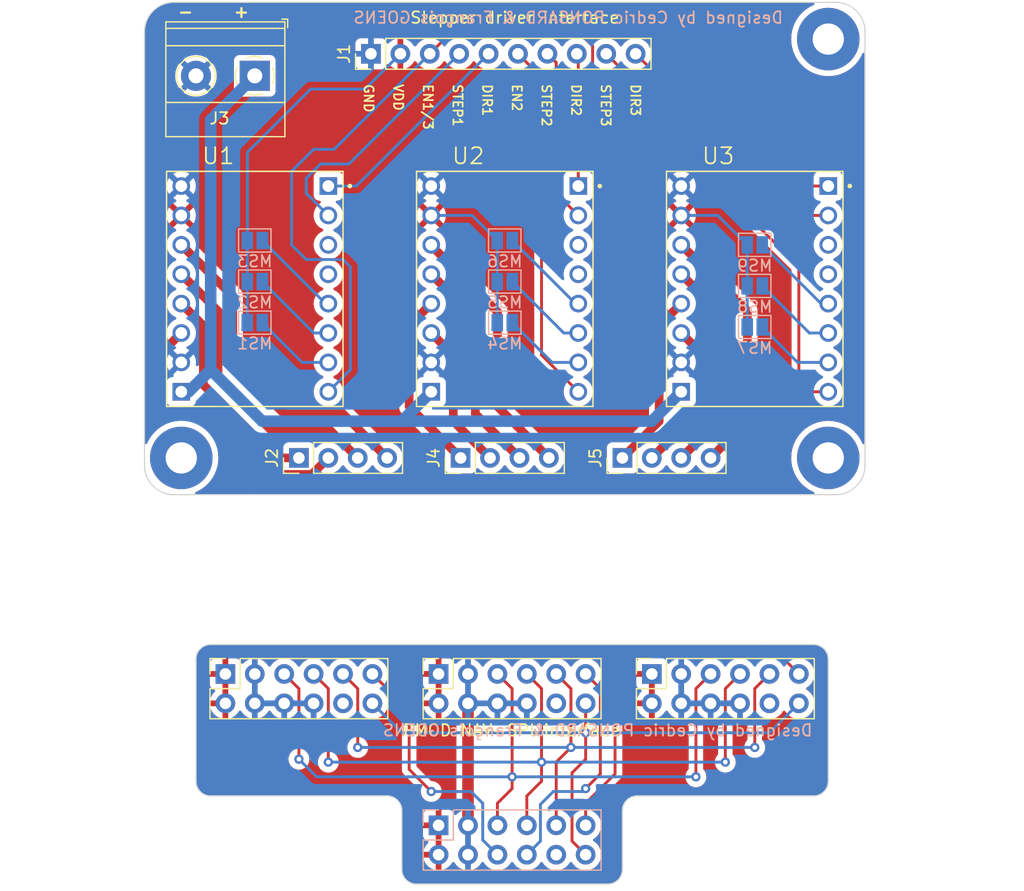
<source format=kicad_pcb>
(kicad_pcb (version 20221018) (generator pcbnew)
  (layers (0 "F.Cu" signal) (31 "B.Cu" signal) (34 "B.Paste" user) (35 "F.Paste" user) (36 "B.SilkS" user "B.Silkscreen") (37 "F.SilkS" user "F.Silkscreen") (38 "B.Mask" user) (39 "F.Mask" user) (44 "Edge.Cuts" user))
  (net 0 "")
  (net 2 "GND")
  (net 3 "VDD")
  (net 5 "Net-(J2-Pin_1)")
  (net 6 "Net-(J2-Pin_2)")
  (net 7 "Net-(J2-Pin_3)")
  (net 8 "Net-(J2-Pin_4)")
  (net 9 "Net-(J3-Pin_1)")
  (net 10 "Net-(J4-Pin_1)")
  (net 11 "Net-(J4-Pin_2)")
  (net 12 "Net-(J4-Pin_3)")
  (net 13 "Net-(J4-Pin_4)")
  (net 15 "Net-(J5-Pin_1)")
  (net 16 "Net-(J5-Pin_2)")
  (net 17 "Net-(J5-Pin_3)")
  (net 18 "Net-(J5-Pin_4)")
  (net 19 "Net-(MS1-B)")
  (net 20 "Net-(MS2-B)")
  (net 21 "Net-(MS3-B)")
  (net 22 "Net-(MS4-B)")
  (net 23 "Net-(MS5-B)")
  (net 24 "Net-(MS6-B)")
  (net 25 "Net-(MS7-B)")
  (net 26 "Net-(MS8-B)")
  (net 27 "Net-(MS9-B)")
  (net 28 "DIR1")
  (net 29 "STEP1")
  (net 30 "DIR2")
  (net 31 "STEP2")
  (net 32 "DIR3")
  (net 33 "STEP3")
  (net 34 "EN1{slash}3")
  (net 35 "EN2")
  (net 36 "INT")
  (net 37 "CS1")
  (net 38 "RST")
  (net 39 "MOSI")
  (net 40 "CS2")
  (net 41 "MISO")
  (net 42 "CS3")
  (net 43 "SCK")
  (footprint "Master_thesis:MODULE_TMC2208_SILENTSTEPSTICK" (layer "F.Cu") (at 178.435 55.88)
    (fp_text reference "U1" (at -3.155 -11.489) (layer "F.SilkS") (effects (font (size 1.4 1.4))))
    (fp_text value "TMC2208_SILENTSTEPSTICK" hide)
    (pad "JP1_1" thru_hole rect locked (at 6.35 -8.89) (size 1.524 1.524) (drill 1.016) (layers "*.Cu" "*.Mask") (net 28 "DIR1"))
    (pad "JP1_2" thru_hole circle locked (at 6.35 -6.35) (size 1.524 1.524) (drill 1.016) (layers "*.Cu" "*.Mask") (net 29 "STEP1"))
    (pad "JP1_3" thru_hole circle locked (at 6.35 -3.81) (size 1.524 1.524) (drill 1.016) (layers "*.Cu" "*.Mask"))
    (pad "JP1_4" thru_hole circle locked (at 6.35 -1.27) (size 1.524 1.524) (drill 1.016) (layers "*.Cu" "*.Mask"))
    (pad "JP1_5" thru_hole circle locked (at 6.35 1.27) (size 1.524 1.524) (drill 1.016) (layers "*.Cu" "*.Mask") (net 21 "Net-(MS3-B)"))
    (pad "JP1_6" thru_hole circle locked (at 6.35 3.81) (size 1.524 1.524) (drill 1.016) (layers "*.Cu" "*.Mask") (net 20 "Net-(MS2-B)"))
    (pad "JP1_7" thru_hole circle locked (at 6.35 6.35) (size 1.524 1.524) (drill 1.016) (layers "*.Cu" "*.Mask") (net 19 "Net-(MS1-B)"))
    (pad "JP1_8" thru_hole circle locked (at 6.35 8.89) (size 1.524 1.524) (drill 1.016) (layers "*.Cu" "*.Mask") (net 34 "EN1{slash}3"))
    (pad "JP2_1" thru_hole rect locked (at -6.35 8.89) (size 1.524 1.524) (drill 1.016) (layers "*.Cu" "*.Mask") (net 9 "Net-(J3-Pin_1)"))
    (pad "JP2_2" thru_hole circle locked (at -6.35 6.35) (size 1.524 1.524) (drill 1.016) (layers "*.Cu" "*.Mask") (net 2 "GND"))
    (pad "JP2_3" thru_hole circle locked (at -6.35 3.81) (size 1.524 1.524) (drill 1.016) (layers "*.Cu" "*.Mask") (net 6 "Net-(J2-Pin_2)"))
    (pad "JP2_4" thru_hole circle locked (at -6.35 1.27) (size 1.524 1.524) (drill 1.016) (layers "*.Cu" "*.Mask") (net 5 "Net-(J2-Pin_1)"))
    (pad "JP2_5" thru_hole circle locked (at -6.35 -1.27) (size 1.524 1.524) (drill 1.016) (layers "*.Cu" "*.Mask") (net 7 "Net-(J2-Pin_3)"))
    (pad "JP2_6" thru_hole circle locked (at -6.35 -3.81) (size 1.524 1.524) (drill 1.016) (layers "*.Cu" "*.Mask") (net 8 "Net-(J2-Pin_4)"))
    (pad "JP2_7" thru_hole circle locked (at -6.35 -6.35) (size 1.524 1.524) (drill 1.016) (layers "*.Cu" "*.Mask") (net 3 "VDD"))
    (pad "JP2_8" thru_hole circle locked (at -6.35 -8.89) (size 1.524 1.524) (drill 1.016) (layers "*.Cu" "*.Mask") (net 2 "GND"))
  )
  (footprint "Connector_PinSocket_2.54mm:PinSocket_2x06_P2.54mm_Vertical" (layer "F.Cu") (at 175.895 89.154 90)
    (fp_text reference "J7" hide)
    (fp_text value "Conn_02x06_Odd_Even" hide)
    (pad "1" thru_hole rect (at 0 0 90) (size 1.7 1.7) (drill 1) (layers "*.Cu" "*.Mask") (net 3 "VDD"))
    (pad "2" thru_hole oval (at -2.54 0 90) (size 1.7 1.7) (drill 1) (layers "*.Cu" "*.Mask") (net 3 "VDD"))
    (pad "3" thru_hole oval (at 0 2.54 90) (size 1.7 1.7) (drill 1) (layers "*.Cu" "*.Mask") (net 2 "GND"))
    (pad "4" thru_hole oval (at -2.54 2.54 90) (size 1.7 1.7) (drill 1) (layers "*.Cu" "*.Mask") (net 2 "GND"))
    (pad "5" thru_hole oval (at 0 5.08 90) (size 1.7 1.7) (drill 1) (layers "*.Cu" "*.Mask") (net 43 "SCK"))
    (pad "6" thru_hole oval (at -2.54 5.08 90) (size 1.7 1.7) (drill 1) (layers "*.Cu" "*.Mask") (net 2 "GND"))
    (pad "7" thru_hole oval (at 0 7.62 90) (size 1.7 1.7) (drill 1) (layers "*.Cu" "*.Mask") (net 41 "MISO"))
    (pad "8" thru_hole oval (at -2.54 7.62 90) (size 1.7 1.7) (drill 1) (layers "*.Cu" "*.Mask") (net 2 "GND"))
    (pad "9" thru_hole oval (at 0 10.16 90) (size 1.7 1.7) (drill 1) (layers "*.Cu" "*.Mask") (net 39 "MOSI"))
    (pad "10" thru_hole oval (at -2.54 10.16 90) (size 1.7 1.7) (drill 1) (layers "*.Cu" "*.Mask"))
    (pad "11" thru_hole oval (at 0 12.7 90) (size 1.7 1.7) (drill 1) (layers "*.Cu" "*.Mask") (net 42 "CS3"))
    (pad "12" thru_hole oval (at -2.54 12.7 90) (size 1.7 1.7) (drill 1) (layers "*.Cu" "*.Mask") (net 36 "INT"))
  )
  (footprint "TerminalBlock_Phoenix:TerminalBlock_Phoenix_MKDS-1,5-2-5.08_1x02_P5.08mm_Horizontal" (layer "F.Cu") (at 178.435 37.465 180)
    (fp_text reference "J3" (at 3.048 -3.683) (layer "F.SilkS"))
    (fp_text value "Conn_01x02" hide)
    (pad "1" thru_hole rect (at 0 0 180) (size 2.6 2.6) (drill 1.3) (layers "*.Cu" "*.Mask") (net 9 "Net-(J3-Pin_1)"))
    (pad "2" thru_hole circle (at 5.08 0 180) (size 2.6 2.6) (drill 1.3) (layers "*.Cu" "*.Mask") (net 2 "GND"))
  )
  (footprint "MountingHole:MountingHole_2.7mm_M2.5_Pad_TopBottom" (layer "F.Cu") (at 227.965 34.29)
    (fp_text reference "REF**" hide)
    (fp_text value "MountingHole_2.7mm_M2.5_Pad_TopBottom")
    (pad "1" thru_hole circle (at 0 0) (size 3.1 3.1) (drill 2.7) (layers "*.Cu" "*.Mask"))
    (pad "1" connect circle (at 0 0) (size 5.4 5.4) (layers "F.Cu" "F.Mask"))
    (pad "1" connect circle (at 0 0) (size 5.4 5.4) (layers "B.Cu" "B.Mask"))
  )
  (footprint "Connector_PinSocket_2.54mm:PinSocket_2x06_P2.54mm_Vertical" (layer "F.Cu") (at 212.725 89.154 90)
    (fp_text reference "J9" hide)
    (fp_text value "Conn_02x06_Odd_Even" hide)
    (pad "1" thru_hole rect (at 0 0 90) (size 1.7 1.7) (drill 1) (layers "*.Cu" "*.Mask") (net 3 "VDD"))
    (pad "2" thru_hole oval (at -2.54 0 90) (size 1.7 1.7) (drill 1) (layers "*.Cu" "*.Mask") (net 3 "VDD"))
    (pad "3" thru_hole oval (at 0 2.54 90) (size 1.7 1.7) (drill 1) (layers "*.Cu" "*.Mask") (net 2 "GND"))
    (pad "4" thru_hole oval (at -2.54 2.54 90) (size 1.7 1.7) (drill 1) (layers "*.Cu" "*.Mask") (net 2 "GND"))
    (pad "5" thru_hole oval (at 0 5.08 90) (size 1.7 1.7) (drill 1) (layers "*.Cu" "*.Mask") (net 43 "SCK"))
    (pad "6" thru_hole oval (at -2.54 5.08 90) (size 1.7 1.7) (drill 1) (layers "*.Cu" "*.Mask") (net 2 "GND"))
    (pad "7" thru_hole oval (at 0 7.62 90) (size 1.7 1.7) (drill 1) (layers "*.Cu" "*.Mask") (net 41 "MISO"))
    (pad "8" thru_hole oval (at -2.54 7.62 90) (size 1.7 1.7) (drill 1) (layers "*.Cu" "*.Mask") (net 2 "GND"))
    (pad "9" thru_hole oval (at 0 10.16 90) (size 1.7 1.7) (drill 1) (layers "*.Cu" "*.Mask") (net 39 "MOSI"))
    (pad "10" thru_hole oval (at -2.54 10.16 90) (size 1.7 1.7) (drill 1) (layers "*.Cu" "*.Mask"))
    (pad "11" thru_hole oval (at 0 12.7 90) (size 1.7 1.7) (drill 1) (layers "*.Cu" "*.Mask") (net 37 "CS1"))
    (pad "12" thru_hole oval (at -2.54 12.7 90) (size 1.7 1.7) (drill 1) (layers "*.Cu" "*.Mask") (net 36 "INT"))
  )
  (footprint "Connector_PinHeader_2.54mm:PinHeader_1x04_P2.54mm_Vertical" (layer "F.Cu") (at 196.215 70.485 90)
    (fp_text reference "J4" (at 0 -2.33 90) (layer "F.SilkS"))
    (fp_text value "Conn_01x04_MountingPin" hide)
    (pad "1" thru_hole rect locked (at 0 0 90) (size 1.7 1.7) (drill 1) (layers "*.Cu" "*.Mask") (net 10 "Net-(J4-Pin_1)"))
    (pad "2" thru_hole oval locked (at 0 2.54 90) (size 1.7 1.7) (drill 1) (layers "*.Cu" "*.Mask") (net 11 "Net-(J4-Pin_2)"))
    (pad "3" thru_hole oval locked (at 0 5.08 90) (size 1.7 1.7) (drill 1) (layers "*.Cu" "*.Mask") (net 12 "Net-(J4-Pin_3)"))
    (pad "4" thru_hole oval locked (at 0 7.62 90) (size 1.7 1.7) (drill 1) (layers "*.Cu" "*.Mask") (net 13 "Net-(J4-Pin_4)"))
  )
  (footprint "Connector_PinHeader_2.54mm:PinHeader_1x10_P2.54mm_Vertical" (layer "F.Cu") (at 188.468 35.56 90)
    (fp_text reference "J1" (at 0 -2.33 90) (layer "F.SilkS"))
    (fp_text value "Conn_01x10_Socket" hide)
    (pad "1" thru_hole rect (at 0 0 90) (size 1.7 1.7) (drill 1) (layers "*.Cu" "*.Mask") (net 2 "GND"))
    (pad "2" thru_hole oval (at 0 2.54 90) (size 1.7 1.7) (drill 1) (layers "*.Cu" "*.Mask") (net 3 "VDD"))
    (pad "3" thru_hole oval (at 0 5.08 90) (size 1.7 1.7) (drill 1) (layers "*.Cu" "*.Mask") (net 34 "EN1{slash}3"))
    (pad "4" thru_hole oval (at 0 7.62 90) (size 1.7 1.7) (drill 1) (layers "*.Cu" "*.Mask") (net 29 "STEP1"))
    (pad "5" thru_hole oval (at 0 10.16 90) (size 1.7 1.7) (drill 1) (layers "*.Cu" "*.Mask") (net 28 "DIR1"))
    (pad "6" thru_hole oval (at 0 12.7 90) (size 1.7 1.7) (drill 1) (layers "*.Cu" "*.Mask") (net 35 "EN2"))
    (pad "7" thru_hole oval (at 0 15.24 90) (size 1.7 1.7) (drill 1) (layers "*.Cu" "*.Mask") (net 31 "STEP2"))
    (pad "8" thru_hole oval (at 0 17.78 90) (size 1.7 1.7) (drill 1) (layers "*.Cu" "*.Mask") (net 30 "DIR2"))
    (pad "9" thru_hole oval (at 0 20.32 90) (size 1.7 1.7) (drill 1) (layers "*.Cu" "*.Mask") (net 33 "STEP3"))
    (pad "10" thru_hole oval (at 0 22.86 90) (size 1.7 1.7) (drill 1) (layers "*.Cu" "*.Mask") (net 32 "DIR3"))
  )
  (footprint "MountingHole:MountingHole_2.7mm_M2.5_Pad_TopBottom" (layer "F.Cu") (at 172.085 70.485)
    (fp_text reference "REF**" hide)
    (fp_text value "MountingHole_2.7mm_M2.5_Pad_TopBottom")
    (pad "1" thru_hole circle (at 0 0) (size 3.1 3.1) (drill 2.7) (layers "*.Cu" "*.Mask"))
    (pad "1" connect circle (at 0 0) (size 5.4 5.4) (layers "F.Cu" "F.Mask"))
    (pad "1" connect circle (at 0 0) (size 5.4 5.4) (layers "B.Cu" "B.Mask"))
  )
  (footprint "Master_thesis:MODULE_TMC2208_SILENTSTEPSTICK" (layer "F.Cu") (at 221.615 55.88)
    (fp_text reference "U3" (at -3.155 -11.489) (layer "F.SilkS") (effects (font (size 1.4 1.4))))
    (fp_text value "TMC2208_SILENTSTEPSTICK" hide)
    (pad "JP1_1" thru_hole rect locked (at 6.35 -8.89) (size 1.524 1.524) (drill 1.016) (layers "*.Cu" "*.Mask") (net 32 "DIR3"))
    (pad "JP1_2" thru_hole circle locked (at 6.35 -6.35) (size 1.524 1.524) (drill 1.016) (layers "*.Cu" "*.Mask") (net 33 "STEP3"))
    (pad "JP1_3" thru_hole circle locked (at 6.35 -3.81) (size 1.524 1.524) (drill 1.016) (layers "*.Cu" "*.Mask"))
    (pad "JP1_4" thru_hole circle locked (at 6.35 -1.27) (size 1.524 1.524) (drill 1.016) (layers "*.Cu" "*.Mask"))
    (pad "JP1_5" thru_hole circle locked (at 6.35 1.27) (size 1.524 1.524) (drill 1.016) (layers "*.Cu" "*.Mask") (net 27 "Net-(MS9-B)"))
    (pad "JP1_6" thru_hole circle locked (at 6.35 3.81) (size 1.524 1.524) (drill 1.016) (layers "*.Cu" "*.Mask") (net 26 "Net-(MS8-B)"))
    (pad "JP1_7" thru_hole circle locked (at 6.35 6.35) (size 1.524 1.524) (drill 1.016) (layers "*.Cu" "*.Mask") (net 25 "Net-(MS7-B)"))
    (pad "JP1_8" thru_hole circle locked (at 6.35 8.89) (size 1.524 1.524) (drill 1.016) (layers "*.Cu" "*.Mask") (net 34 "EN1{slash}3"))
    (pad "JP2_1" thru_hole rect locked (at -6.35 8.89) (size 1.524 1.524) (drill 1.016) (layers "*.Cu" "*.Mask") (net 9 "Net-(J3-Pin_1)"))
    (pad "JP2_2" thru_hole circle locked (at -6.35 6.35) (size 1.524 1.524) (drill 1.016) (layers "*.Cu" "*.Mask") (net 2 "GND"))
    (pad "JP2_3" thru_hole circle locked (at -6.35 3.81) (size 1.524 1.524) (drill 1.016) (layers "*.Cu" "*.Mask") (net 16 "Net-(J5-Pin_2)"))
    (pad "JP2_4" thru_hole circle locked (at -6.35 1.27) (size 1.524 1.524) (drill 1.016) (layers "*.Cu" "*.Mask") (net 15 "Net-(J5-Pin_1)"))
    (pad "JP2_5" thru_hole circle locked (at -6.35 -1.27) (size 1.524 1.524) (drill 1.016) (layers "*.Cu" "*.Mask") (net 17 "Net-(J5-Pin_3)"))
    (pad "JP2_6" thru_hole circle locked (at -6.35 -3.81) (size 1.524 1.524) (drill 1.016) (layers "*.Cu" "*.Mask") (net 18 "Net-(J5-Pin_4)"))
    (pad "JP2_7" thru_hole circle locked (at -6.35 -6.35) (size 1.524 1.524) (drill 1.016) (layers "*.Cu" "*.Mask") (net 3 "VDD"))
    (pad "JP2_8" thru_hole circle locked (at -6.35 -8.89) (size 1.524 1.524) (drill 1.016) (layers "*.Cu" "*.Mask") (net 2 "GND"))
  )
  (footprint "Connector_PinHeader_2.54mm:PinHeader_1x04_P2.54mm_Vertical" (layer "F.Cu") (at 182.245 70.485 90)
    (fp_text reference "J2" (at 0 -2.33 90) (layer "F.SilkS"))
    (fp_text value "Conn_01x04_MountingPin" hide)
    (pad "1" thru_hole rect locked (at 0 0 90) (size 1.7 1.7) (drill 1) (layers "*.Cu" "*.Mask") (net 5 "Net-(J2-Pin_1)"))
    (pad "2" thru_hole oval locked (at 0 2.54 90) (size 1.7 1.7) (drill 1) (layers "*.Cu" "*.Mask") (net 6 "Net-(J2-Pin_2)"))
    (pad "3" thru_hole oval locked (at 0 5.08 90) (size 1.7 1.7) (drill 1) (layers "*.Cu" "*.Mask") (net 7 "Net-(J2-Pin_3)"))
    (pad "4" thru_hole oval locked (at 0 7.62 90) (size 1.7 1.7) (drill 1) (layers "*.Cu" "*.Mask") (net 8 "Net-(J2-Pin_4)"))
  )
  (footprint "Connector_PinSocket_2.54mm:PinSocket_2x06_P2.54mm_Vertical" (layer "F.Cu") (at 194.31 89.154 90)
    (fp_text reference "J8" hide)
    (fp_text value "Conn_02x06_Odd_Even" hide)
    (pad "1" thru_hole rect (at 0 0 90) (size 1.7 1.7) (drill 1) (layers "*.Cu" "*.Mask") (net 3 "VDD"))
    (pad "2" thru_hole oval (at -2.54 0 90) (size 1.7 1.7) (drill 1) (layers "*.Cu" "*.Mask") (net 3 "VDD"))
    (pad "3" thru_hole oval (at 0 2.54 90) (size 1.7 1.7) (drill 1) (layers "*.Cu" "*.Mask") (net 2 "GND"))
    (pad "4" thru_hole oval (at -2.54 2.54 90) (size 1.7 1.7) (drill 1) (layers "*.Cu" "*.Mask") (net 2 "GND"))
    (pad "5" thru_hole oval (at 0 5.08 90) (size 1.7 1.7) (drill 1) (layers "*.Cu" "*.Mask") (net 43 "SCK"))
    (pad "6" thru_hole oval (at -2.54 5.08 90) (size 1.7 1.7) (drill 1) (layers "*.Cu" "*.Mask") (net 2 "GND"))
    (pad "7" thru_hole oval (at 0 7.62 90) (size 1.7 1.7) (drill 1) (layers "*.Cu" "*.Mask") (net 41 "MISO"))
    (pad "8" thru_hole oval (at -2.54 7.62 90) (size 1.7 1.7) (drill 1) (layers "*.Cu" "*.Mask") (net 2 "GND"))
    (pad "9" thru_hole oval (at 0 10.16 90) (size 1.7 1.7) (drill 1) (layers "*.Cu" "*.Mask") (net 39 "MOSI"))
    (pad "10" thru_hole oval (at -2.54 10.16 90) (size 1.7 1.7) (drill 1) (layers "*.Cu" "*.Mask"))
    (pad "11" thru_hole oval (at 0 12.7 90) (size 1.7 1.7) (drill 1) (layers "*.Cu" "*.Mask") (net 40 "CS2"))
    (pad "12" thru_hole oval (at -2.54 12.7 90) (size 1.7 1.7) (drill 1) (layers "*.Cu" "*.Mask") (net 36 "INT"))
  )
  (footprint "MountingHole:MountingHole_2.7mm_M2.5_Pad_TopBottom" (layer "F.Cu") (at 227.965 70.485)
    (fp_text reference "REF**" hide)
    (fp_text value "MountingHole_2.7mm_M2.5_Pad_TopBottom")
    (pad "1" thru_hole circle (at 0 0) (size 3.1 3.1) (drill 2.7) (layers "*.Cu" "*.Mask"))
    (pad "1" connect circle (at 0 0) (size 5.4 5.4) (layers "F.Cu" "F.Mask"))
    (pad "1" connect circle (at 0 0) (size 5.4 5.4) (layers "B.Cu" "B.Mask"))
  )
  (footprint "Connector_PinHeader_2.54mm:PinHeader_1x04_P2.54mm_Vertical" (layer "F.Cu") (at 210.185 70.485 90)
    (fp_text reference "J5" (at 0 -2.33 90) (layer "F.SilkS"))
    (fp_text value "Conn_01x04_MountingPin" hide)
    (pad "1" thru_hole rect locked (at 0 0 90) (size 1.7 1.7) (drill 1) (layers "*.Cu" "*.Mask") (net 15 "Net-(J5-Pin_1)"))
    (pad "2" thru_hole oval locked (at 0 2.54 90) (size 1.7 1.7) (drill 1) (layers "*.Cu" "*.Mask") (net 16 "Net-(J5-Pin_2)"))
    (pad "3" thru_hole oval locked (at 0 5.08 90) (size 1.7 1.7) (drill 1) (layers "*.Cu" "*.Mask") (net 17 "Net-(J5-Pin_3)"))
    (pad "4" thru_hole oval locked (at 0 7.62 90) (size 1.7 1.7) (drill 1) (layers "*.Cu" "*.Mask") (net 18 "Net-(J5-Pin_4)"))
  )
  (footprint "Master_thesis:MODULE_TMC2208_SILENTSTEPSTICK" (layer "F.Cu") (at 200.025 55.88)
    (fp_text reference "U2" (at -3.155 -11.489) (layer "F.SilkS") (effects (font (size 1.4 1.4))))
    (fp_text value "TMC2208_SILENTSTEPSTICK" hide)
    (pad "JP1_1" thru_hole rect locked (at 6.35 -8.89) (size 1.524 1.524) (drill 1.016) (layers "*.Cu" "*.Mask") (net 30 "DIR2"))
    (pad "JP1_2" thru_hole circle locked (at 6.35 -6.35) (size 1.524 1.524) (drill 1.016) (layers "*.Cu" "*.Mask") (net 31 "STEP2"))
    (pad "JP1_3" thru_hole circle locked (at 6.35 -3.81) (size 1.524 1.524) (drill 1.016) (layers "*.Cu" "*.Mask"))
    (pad "JP1_4" thru_hole circle locked (at 6.35 -1.27) (size 1.524 1.524) (drill 1.016) (layers "*.Cu" "*.Mask"))
    (pad "JP1_5" thru_hole circle locked (at 6.35 1.27) (size 1.524 1.524) (drill 1.016) (layers "*.Cu" "*.Mask") (net 24 "Net-(MS6-B)"))
    (pad "JP1_6" thru_hole circle locked (at 6.35 3.81) (size 1.524 1.524) (drill 1.016) (layers "*.Cu" "*.Mask") (net 23 "Net-(MS5-B)"))
    (pad "JP1_7" thru_hole circle locked (at 6.35 6.35) (size 1.524 1.524) (drill 1.016) (layers "*.Cu" "*.Mask") (net 22 "Net-(MS4-B)"))
    (pad "JP1_8" thru_hole circle locked (at 6.35 8.89) (size 1.524 1.524) (drill 1.016) (layers "*.Cu" "*.Mask") (net 35 "EN2"))
    (pad "JP2_1" thru_hole rect locked (at -6.35 8.89) (size 1.524 1.524) (drill 1.016) (layers "*.Cu" "*.Mask") (net 9 "Net-(J3-Pin_1)"))
    (pad "JP2_2" thru_hole circle locked (at -6.35 6.35) (size 1.524 1.524) (drill 1.016) (layers "*.Cu" "*.Mask") (net 2 "GND"))
    (pad "JP2_3" thru_hole circle locked (at -6.35 3.81) (size 1.524 1.524) (drill 1.016) (layers "*.Cu" "*.Mask") (net 11 "Net-(J4-Pin_2)"))
    (pad "JP2_4" thru_hole circle locked (at -6.35 1.27) (size 1.524 1.524) (drill 1.016) (layers "*.Cu" "*.Mask") (net 10 "Net-(J4-Pin_1)"))
    (pad "JP2_5" thru_hole circle locked (at -6.35 -1.27) (size 1.524 1.524) (drill 1.016) (layers "*.Cu" "*.Mask") (net 12 "Net-(J4-Pin_3)"))
    (pad "JP2_6" thru_hole circle locked (at -6.35 -3.81) (size 1.524 1.524) (drill 1.016) (layers "*.Cu" "*.Mask") (net 13 "Net-(J4-Pin_4)"))
    (pad "JP2_7" thru_hole circle locked (at -6.35 -6.35) (size 1.524 1.524) (drill 1.016) (layers "*.Cu" "*.Mask") (net 3 "VDD"))
    (pad "JP2_8" thru_hole circle locked (at -6.35 -8.89) (size 1.524 1.524) (drill 1.016) (layers "*.Cu" "*.Mask") (net 2 "GND"))
  )
  (footprint "Jumper:SolderJumper-2_P1.3mm_Open_Pad1.0x1.5mm" (layer "B.Cu") (at 178.435 51.695)
    (fp_text reference "MS3" (at 0 1.8) (layer "B.SilkS") (effects (justify mirror)))
    (fp_text value "SolderJumper_2_Open" hide)
    (pad "1" smd rect (at -0.65 0) (size 1 1.5) (layers "B.Cu" "B.Mask") (net 3 "VDD"))
    (pad "2" smd rect (at 0.65 0) (size 1 1.5) (layers "B.Cu" "B.Mask") (net 21 "Net-(MS3-B)"))
  )
  (footprint "Jumper:SolderJumper-2_P1.3mm_Open_Pad1.0x1.5mm" (layer "B.Cu") (at 221.615 59.17)
    (fp_text reference "MS7" (at 0 1.8) (layer "B.SilkS") (effects (justify mirror)))
    (fp_text value "SolderJumper_2_Open" hide)
    (pad "1" smd rect (at -0.65 0) (size 1 1.5) (layers "B.Cu" "B.Mask") (net 3 "VDD"))
    (pad "2" smd rect (at 0.65 0) (size 1 1.5) (layers "B.Cu" "B.Mask") (net 25 "Net-(MS7-B)"))
  )
  (footprint "Jumper:SolderJumper-2_P1.3mm_Open_Pad1.0x1.5mm" (layer "B.Cu") (at 221.615 55.62)
    (fp_text reference "MS8" (at 0 1.8) (layer "B.SilkS") (effects (justify mirror)))
    (fp_text value "SolderJumper_2_Open" hide)
    (pad "1" smd rect (at -0.65 0) (size 1 1.5) (layers "B.Cu" "B.Mask") (net 3 "VDD"))
    (pad "2" smd rect (at 0.65 0) (size 1 1.5) (layers "B.Cu" "B.Mask") (net 26 "Net-(MS8-B)"))
  )
  (footprint "Jumper:SolderJumper-2_P1.3mm_Open_Pad1.0x1.5mm" (layer "B.Cu") (at 200.025 55.245)
    (fp_text reference "MS5" (at 0 1.8) (layer "B.SilkS") (effects (justify mirror)))
    (fp_text value "SolderJumper_2_Open" hide)
    (pad "1" smd rect (at -0.65 0) (size 1 1.5) (layers "B.Cu" "B.Mask") (net 3 "VDD"))
    (pad "2" smd rect (at 0.65 0) (size 1 1.5) (layers "B.Cu" "B.Mask") (net 23 "Net-(MS5-B)"))
  )
  (footprint "Jumper:SolderJumper-2_P1.3mm_Open_Pad1.0x1.5mm" (layer "B.Cu") (at 178.435 58.795)
    (fp_text reference "MS1" (at 0 1.8) (layer "B.SilkS") (effects (justify mirror)))
    (fp_text value "SolderJumper_2_Open" hide)
    (pad "1" smd rect (at -0.65 0) (size 1 1.5) (layers "B.Cu" "B.Mask") (net 3 "VDD"))
    (pad "2" smd rect (at 0.65 0) (size 1 1.5) (layers "B.Cu" "B.Mask") (net 19 "Net-(MS1-B)"))
  )
  (footprint "Jumper:SolderJumper-2_P1.3mm_Open_Pad1.0x1.5mm" (layer "B.Cu") (at 178.435 55.245)
    (fp_text reference "MS2" (at 0 1.8) (layer "B.SilkS") (effects (justify mirror)))
    (fp_text value "SolderJumper_2_Open" hide)
    (pad "1" smd rect (at -0.65 0) (size 1 1.5) (layers "B.Cu" "B.Mask") (net 3 "VDD"))
    (pad "2" smd rect (at 0.65 0) (size 1 1.5) (layers "B.Cu" "B.Mask") (net 20 "Net-(MS2-B)"))
  )
  (footprint "Jumper:SolderJumper-2_P1.3mm_Open_Pad1.0x1.5mm" (layer "B.Cu") (at 200.025 51.695)
    (fp_text reference "MS6" (at 0 1.8) (layer "B.SilkS") (effects (justify mirror)))
    (fp_text value "SolderJumper_2_Open" hide)
    (pad "1" smd rect (at -0.65 0) (size 1 1.5) (layers "B.Cu" "B.Mask") (net 3 "VDD"))
    (pad "2" smd rect (at 0.65 0) (size 1 1.5) (layers "B.Cu" "B.Mask") (net 24 "Net-(MS6-B)"))
  )
  (footprint "Connector_PinHeader_2.54mm:PinHeader_2x06_P2.54mm_Vertical" (layer "B.Cu") (at 194.31 102.235 -90)
    (fp_text reference "J6" hide)
    (fp_text value "Conn_02x06_Odd_Even" hide)
    (pad "1" thru_hole rect (at 0 0 270) (size 1.7 1.7) (drill 1) (layers "*.Cu" "*.Mask") (net 3 "VDD"))
    (pad "2" thru_hole oval (at 2.54 0 270) (size 1.7 1.7) (drill 1) (layers "*.Cu" "*.Mask") (net 3 "VDD"))
    (pad "3" thru_hole oval (at 0 -2.54 270) (size 1.7 1.7) (drill 1) (layers "*.Cu" "*.Mask") (net 2 "GND"))
    (pad "4" thru_hole oval (at 2.54 -2.54 270) (size 1.7 1.7) (drill 1) (layers "*.Cu" "*.Mask") (net 2 "GND"))
    (pad "5" thru_hole oval (at 0 -5.08 270) (size 1.7 1.7) (drill 1) (layers "*.Cu" "*.Mask") (net 43 "SCK"))
    (pad "6" thru_hole oval (at 2.54 -5.08 270) (size 1.7 1.7) (drill 1) (layers "*.Cu" "*.Mask") (net 42 "CS3"))
    (pad "7" thru_hole oval (at 0 -7.62 270) (size 1.7 1.7) (drill 1) (layers "*.Cu" "*.Mask") (net 41 "MISO"))
    (pad "8" thru_hole oval (at 2.54 -7.62 270) (size 1.7 1.7) (drill 1) (layers "*.Cu" "*.Mask") (net 40 "CS2"))
    (pad "9" thru_hole oval (at 0 -10.16 270) (size 1.7 1.7) (drill 1) (layers "*.Cu" "*.Mask") (net 39 "MOSI"))
    (pad "10" thru_hole oval (at 2.54 -10.16 270) (size 1.7 1.7) (drill 1) (layers "*.Cu" "*.Mask") (net 38 "RST"))
    (pad "11" thru_hole oval (at 0 -12.7 270) (size 1.7 1.7) (drill 1) (layers "*.Cu" "*.Mask") (net 37 "CS1"))
    (pad "12" thru_hole oval (at 2.54 -12.7 270) (size 1.7 1.7) (drill 1) (layers "*.Cu" "*.Mask") (net 36 "INT"))
  )
  (footprint "Jumper:SolderJumper-2_P1.3mm_Open_Pad1.0x1.5mm" (layer "B.Cu") (at 200.025 58.795)
    (fp_text reference "MS4" (at 0 1.8) (layer "B.SilkS") (effects (justify mirror)))
    (fp_text value "SolderJumper_2_Open" hide)
    (pad "1" smd rect (at -0.65 0) (size 1 1.5) (layers "B.Cu" "B.Mask") (net 3 "VDD"))
    (pad "2" smd rect (at 0.65 0) (size 1 1.5) (layers "B.Cu" "B.Mask") (net 22 "Net-(MS4-B)"))
  )
  (footprint "Jumper:SolderJumper-2_P1.3mm_Open_Pad1.0x1.5mm" (layer "B.Cu") (at 221.615 52.07)
    (fp_text reference "MS9" (at 0 1.8) (layer "B.SilkS") (effects (justify mirror)))
    (fp_text value "SolderJumper_2_Open" hide)
    (pad "1" smd rect (at -0.65 0) (size 1 1.5) (layers "B.Cu" "B.Mask") (net 3 "VDD"))
    (pad "2" smd rect (at 0.65 0) (size 1 1.5) (layers "B.Cu" "B.Mask") (net 27 "Net-(MS9-B)"))
  )
  (gr_arc (start 210.185 100.965) (mid 210.556974 100.066974) (end 211.455 99.695) (stroke (width 0.1)) (layer "Edge.Cuts"))
  (gr_arc (start 174.625 99.695) (mid 173.726974 99.323026) (end 173.355 98.425) (stroke (width 0.1)) (layer "Edge.Cuts"))
  (gr_line (start 171.45 73.66) (end 178.054 73.66) (stroke (width 0.1)) (layer "Edge.Cuts"))
  (gr_line (start 192.405 107.315) (end 208.915 107.315) (stroke (width 0.1)) (layer "Edge.Cuts"))
  (gr_line (start 231.14 33.655) (end 231.139999 71.119999) (stroke (width 0.1)) (layer "Edge.Cuts"))
  (gr_arc (start 171.45 73.66) (mid 169.653949 72.916051) (end 168.91 71.12) (stroke (width 0.1)) (layer "Edge.Cuts"))
  (gr_arc (start 228.6 31.115) (mid 230.396051 31.858949) (end 231.14 33.655) (stroke (width 0.1)) (layer "Edge.Cuts"))
  (gr_line (start 226.695 86.614) (end 222.631 86.614) (stroke (width 0.1)) (layer "Edge.Cuts"))
  (gr_line (start 226.695 99.695) (end 211.455 99.695) (stroke (width 0.1)) (layer "Edge.Cuts"))
  (gr_arc (start 192.405 107.315) (mid 191.506974 106.943026) (end 191.135 106.045) (stroke (width 0.1)) (layer "Edge.Cuts"))
  (gr_line (start 168.91 33.655) (end 168.91 71.12) (stroke (width 0.1)) (layer "Edge.Cuts"))
  (gr_line (start 171.45 31.115) (end 228.6 31.115) (stroke (width 0.1)) (layer "Edge.Cuts"))
  (gr_line (start 210.185 100.965) (end 210.185 106.045) (stroke (width 0.1)) (layer "Edge.Cuts"))
  (gr_arc (start 210.185 106.045) (mid 209.813026 106.943026) (end 208.915 107.315) (stroke (width 0.1)) (layer "Edge.Cuts"))
  (gr_line (start 191.135 106.045) (end 191.135 100.965) (stroke (width 0.1)) (layer "Edge.Cuts"))
  (gr_arc (start 168.91 33.655) (mid 169.653949 31.858949) (end 171.45 31.115) (stroke (width 0.1)) (layer "Edge.Cuts"))
  (gr_line (start 227.965 87.884) (end 227.965 98.425) (stroke (width 0.1)) (layer "Edge.Cuts"))
  (gr_line (start 178.054 73.66) (end 228.599999 73.659999) (stroke (width 0.1)) (layer "Edge.Cuts"))
  (gr_arc (start 189.865 99.695) (mid 190.763026 100.066974) (end 191.135 100.965) (stroke (width 0.1)) (layer "Edge.Cuts"))
  (gr_line (start 173.355 98.425) (end 173.355 87.884) (stroke (width 0.1)) (layer "Edge.Cuts"))
  (gr_arc (start 173.355 87.884) (mid 173.726974 86.985974) (end 174.625 86.614) (stroke (width 0.1)) (layer "Edge.Cuts"))
  (gr_arc (start 231.139999 71.119999) (mid 230.396051 72.916051) (end 228.599999 73.659999) (stroke (width 0.1)) (layer "Edge.Cuts"))
  (gr_line (start 189.865 99.695) (end 174.625 99.695) (stroke (width 0.1)) (layer "Edge.Cuts"))
  (gr_arc (start 227.965 98.425) (mid 227.593026 99.323026) (end 226.695 99.695) (stroke (width 0.1)) (layer "Edge.Cuts"))
  (gr_arc (start 226.695 86.614) (mid 227.593026 86.985974) (end 227.965 87.884) (stroke (width 0.1)) (layer "Edge.Cuts"))
  (gr_line (start 222.631 86.614) (end 174.625 86.614) (stroke (width 0.1)) (layer "Edge.Cuts"))
  (gr_text "Designed by Cedric PONSARD & François GOENS" (at 226.695 94.615) (layer "B.SilkS") (effects (font (size 1 1)) (justify left bottom mirror)))
  (gr_text "Designed by Cedric PONSARD & François GOENS" (at 224.155 33.02) (layer "B.SilkS") (effects (font (size 1 1)) (justify left bottom mirror)))
  (gr_text "PMOD NAV-SPI interface" (at 191.135 94.615) (layer "F.SilkS") (effects (font (size 1 1)) (justify left bottom)))
  (gr_text "DIR3\n\nSTEP3\n\nDIR2\n\nSTEP2\n\nEN2\n\nDIR1\n\nSTEP1\n\nEN1/3\n\nVDD\n\nGND" (at 187.803 38.1 270) (layer "F.SilkS") (effects (font (size 0.795 0.795)) (justify left bottom)))
  (gr_text "-" (at 171.704 32.512) (layer "F.SilkS") (effects (font (size 1 1) (thickness 0.2) bold) (justify left bottom)))
  (gr_text "Stepper driver interface" (at 191.77 33.02) (layer "F.SilkS") (effects (font (size 1 1)) (justify left bottom)))
  (gr_text "+" (at 176.53 32.512) (layer "F.SilkS") (effects (font (size 1 1) (thickness 0.2) bold) (justify left bottom)))
  (segment (start 196.85 102.235) (end 196.85 91.694) (width 1) (layer "F.Cu") (net 2))
  (segment (start 194.31 91.694) (end 194.22 91.784) (width 0.25) (layer "F.Cu") (net 3))
  (segment (start 212.725 89.790396) (end 212.725 89.154) (width 0.25) (layer "F.Cu") (net 3))
  (segment (start 177.8 44.06838) (end 183.26038 38.608) (width 0.25) (layer "B.Cu") (net 3))
  (segment (start 220.965 52.07) (end 218.425 49.53) (width 0.25) (layer "B.Cu") (net 3))
  (segment (start 220.965 55.62) (end 220.965 52.07) (width 0.25) (layer "B.Cu") (net 3))
  (segment (start 183.26038 38.608) (end 187.96 38.608) (width 0.25) (layer "B.Cu") (net 3))
  (segment (start 199.375 51.695) (end 199.375 55.245) (width 0.25) (layer "B.Cu") (net 3))
  (segment (start 193.675 49.53) (end 197.21 49.53) (width 0.25) (layer "B.Cu") (net 3))
  (segment (start 218.425 49.53) (end 215.265 49.53) (width 0.25) (layer "B.Cu") (net 3))
  (segment (start 220.965 59.17) (end 220.965 55.62) (width 0.25) (layer "B.Cu") (net 3))
  (segment (start 199.375 55.245) (end 199.375 58.795) (width 0.25) (layer "B.Cu") (net 3))
  (segment (start 177.8 51.68) (end 177.8 44.06838) (width 0.25) (layer "B.Cu") (net 3))
  (segment (start 187.96 38.608) (end 191.008 35.56) (width 0.25) (layer "B.Cu") (net 3))
  (segment (start 177.785 55.245) (end 177.785 51.695) (width 0.25) (layer "B.Cu") (net 3))
  (segment (start 177.785 58.795) (end 177.785 55.245) (width 0.25) (layer "B.Cu") (net 3))
  (segment (start 197.21 49.53) (end 199.375 51.695) (width 0.25) (layer "B.Cu") (net 3))
  (segment (start 177.785 51.695) (end 177.8 51.68) (width 0.25) (layer "B.Cu") (net 3))
  (segment (start 173.99 59.055) (end 173.99 64.171751) (width 0.75) (layer "F.Cu") (net 5))
  (segment (start 173.99 64.171751) (end 180.303249 70.485) (width 0.75) (layer "F.Cu") (net 5))
  (segment (start 180.303249 70.485) (end 182.245 70.485) (width 0.75) (layer "F.Cu") (net 5))
  (segment (start 172.085 57.15) (end 173.99 59.055) (width 0.75) (layer "F.Cu") (net 5))
  (segment (start 172.085 59.69) (end 170.18 61.595) (width 0.75) (layer "F.Cu") (net 6))
  (segment (start 170.815 66.675) (end 173.355 66.675) (width 0.75) (layer "F.Cu") (net 6))
  (segment (start 170.18 61.595) (end 170.18 66.04) (width 0.75) (layer "F.Cu") (net 6))
  (segment (start 170.18 66.04) (end 170.815 66.675) (width 0.75) (layer "F.Cu") (net 6))
  (segment (start 178.59 71.91) (end 183.36 71.91) (width 0.75) (layer "F.Cu") (net 6))
  (segment (start 183.36 71.91) (end 184.785 70.485) (width 0.75) (layer "F.Cu") (net 6))
  (segment (start 173.355 66.675) (end 178.59 71.91) (width 0.75) (layer "F.Cu") (net 6))
  (segment (start 179.705 67.945) (end 184.785 67.945) (width 0.75) (layer "F.Cu") (net 7))
  (segment (start 172.085 54.61) (end 175.26 57.785) (width 0.75) (layer "F.Cu") (net 7))
  (segment (start 184.785 67.945) (end 187.325 70.485) (width 0.75) (layer "F.Cu") (net 7))
  (segment (start 175.26 63.5) (end 179.705 67.945) (width 0.75) (layer "F.Cu") (net 7))
  (segment (start 175.26 57.785) (end 175.26 63.5) (width 0.75) (layer "F.Cu") (net 7))
  (segment (start 176.53 62.23) (end 180.975 66.675) (width 0.75) (layer "F.Cu") (net 8))
  (segment (start 180.975 66.675) (end 186.055 66.675) (width 0.75) (layer "F.Cu") (net 8))
  (segment (start 172.085 52.07) (end 176.53 56.515) (width 0.75) (layer "F.Cu") (net 8))
  (segment (start 176.53 56.515) (end 176.53 62.23) (width 0.75) (layer "F.Cu") (net 8))
  (segment (start 186.055 66.675) (end 189.865 70.485) (width 0.75) (layer "F.Cu") (net 8))
  (segment (start 212.725 67.31) (end 215.265 64.77) (width 1) (layer "B.Cu") (net 9))
  (segment (start 174.625 41.275) (end 174.625 62.865) (width 1) (layer "B.Cu") (net 9))
  (segment (start 174.625 62.865) (end 172.72 64.77) (width 1) (layer "B.Cu") (net 9))
  (segment (start 172.72 64.77) (end 172.085 64.77) (width 1) (layer "B.Cu") (net 9))
  (segment (start 174.625 62.865) (end 179.07 67.31) (width 1) (layer "B.Cu") (net 9))
  (segment (start 179.07 67.31) (end 191.135 67.31) (width 1) (layer "B.Cu") (net 9))
  (segment (start 178.435 37.465) (end 174.625 41.275) (width 1) (layer "B.Cu") (net 9))
  (segment (start 191.135 67.31) (end 193.675 64.77) (width 1) (layer "B.Cu") (net 9))
  (segment (start 191.135 67.31) (end 212.725 67.31) (width 1) (layer "B.Cu") (net 9))
  (segment (start 191.77 59.055) (end 191.77 66.04) (width 0.75) (layer "F.Cu") (net 10))
  (segment (start 191.77 66.04) (end 196.215 70.485) (width 0.75) (layer "F.Cu") (net 10))
  (segment (start 193.675 57.15) (end 191.77 59.055) (width 0.75) (layer "F.Cu") (net 10))
  (segment (start 195.58 61.595) (end 195.58 67.31) (width 0.75) (layer "F.Cu") (net 11))
  (segment (start 195.58 67.31) (end 198.755 70.485) (width 0.75) (layer "F.Cu") (net 11))
  (segment (start 193.675 59.69) (end 195.58 61.595) (width 0.75) (layer "F.Cu") (net 11))
  (segment (start 193.675 54.61) (end 197.485 58.42) (width 0.75) (layer "F.Cu") (net 12))
  (segment (start 197.485 66.675) (end 201.295 70.485) (width 0.75) (layer "F.Cu") (net 12))
  (segment (start 197.485 58.42) (end 197.485 66.675) (width 0.75) (layer "F.Cu") (net 12))
  (segment (start 193.675 52.1335) (end 199.39 57.8485) (width 0.75) (layer "F.Cu") (net 13))
  (segment (start 193.675 52.07) (end 193.675 52.1335) (width 0.75) (layer "F.Cu") (net 13))
  (segment (start 199.39 57.8485) (end 199.39 66.04) (width 0.75) (layer "F.Cu") (net 13))
  (segment (start 199.39 66.04) (end 203.835 70.485) (width 0.75) (layer "F.Cu") (net 13))
  (segment (start 215.265 57.15) (end 213.36 59.055) (width 0.75) (layer "F.Cu") (net 15))
  (segment (start 213.36 67.31) (end 210.185 70.485) (width 0.75) (layer "F.Cu") (net 15))
  (segment (start 213.36 59.055) (end 213.36 67.31) (width 0.75) (layer "F.Cu") (net 15))
  (segment (start 215.265 59.69) (end 217.17 61.595) (width 0.75) (layer "F.Cu") (net 16))
  (segment (start 217.17 61.595) (end 217.17 66.04) (width 0.75) (layer "F.Cu") (net 16))
  (segment (start 217.17 66.04) (end 212.725 70.485) (width 0.75) (layer "F.Cu") (net 16))
  (segment (start 219.075 58.42) (end 219.075 66.675) (width 0.75) (layer "F.Cu") (net 17))
  (segment (start 215.265 54.61) (end 219.075 58.42) (width 0.75) (layer "F.Cu") (net 17))
  (segment (start 219.075 66.675) (end 215.265 70.485) (width 0.75) (layer "F.Cu") (net 17))
  (segment (start 215.265 52.07) (end 220.98 57.785) (width 0.75) (layer "F.Cu") (net 18))
  (segment (start 220.98 67.31) (end 217.805 70.485) (width 0.75) (layer "F.Cu") (net 18))
  (segment (start 220.98 57.785) (end 220.98 67.31) (width 0.75) (layer "F.Cu") (net 18))
  (segment (start 179.085 58.795) (end 182.52 62.23) (width 0.25) (layer "B.Cu") (net 19))
  (segment (start 182.52 62.23) (end 184.785 62.23) (width 0.25) (layer "B.Cu") (net 19))
  (segment (start 183.53 59.69) (end 184.785 59.69) (width 0.25) (layer "B.Cu") (net 20))
  (segment (start 179.085 55.245) (end 183.53 59.69) (width 0.25) (layer "B.Cu") (net 20))
  (segment (start 179.085 51.695) (end 184.54 57.15) (width 0.25) (layer "B.Cu") (net 21))
  (segment (start 184.54 57.15) (end 184.785 57.15) (width 0.25) (layer "B.Cu") (net 21))
  (segment (start 204.11 62.23) (end 206.375 62.23) (width 0.25) (layer "B.Cu") (net 22))
  (segment (start 200.675 58.795) (end 204.11 62.23) (width 0.25) (layer "B.Cu") (net 22))
  (segment (start 200.675 55.245) (end 205.12 59.69) (width 0.25) (layer "B.Cu") (net 23))
  (segment (start 205.12 59.69) (end 206.375 59.69) (width 0.25) (layer "B.Cu") (net 23))
  (segment (start 206.13 57.15) (end 206.375 57.15) (width 0.25) (layer "B.Cu") (net 24))
  (segment (start 206.375 56.775) (end 206.375 57.15) (width 0.25) (layer "B.Cu") (net 24))
  (segment (start 200.675 51.695) (end 206.13 57.15) (width 0.25) (layer "B.Cu") (net 24))
  (segment (start 225.325 62.23) (end 227.965 62.23) (width 0.25) (layer "B.Cu") (net 25))
  (segment (start 222.265 59.17) (end 225.325 62.23) (width 0.25) (layer "B.Cu") (net 25))
  (segment (start 226.335 59.69) (end 227.965 59.69) (width 0.25) (layer "B.Cu") (net 26))
  (segment (start 222.265 55.62) (end 226.335 59.69) (width 0.25) (layer "B.Cu") (net 26))
  (segment (start 222.265 52.07) (end 227.345 57.15) (width 0.25) (layer "B.Cu") (net 27))
  (segment (start 227.345 57.15) (end 227.965 57.15) (width 0.25) (layer "B.Cu") (net 27))
  (segment (start 184.785 46.355) (end 184.785 46.99) (width 0.25) (layer "F.Cu") (net 28))
  (segment (start 187.198 46.99) (end 184.785 46.99) (width 0.25) (layer "B.Cu") (net 28))
  (segment (start 198.628 35.56) (end 187.198 46.99) (width 0.25) (layer "B.Cu") (net 28))
  (segment (start 184.11069 45.085) (end 182.88 46.31569) (width 0.25) (layer "B.Cu") (net 29))
  (segment (start 186.563 45.085) (end 184.11069 45.085) (width 0.25) (layer "B.Cu") (net 29))
  (segment (start 182.88 47.625) (end 184.785 49.53) (width 0.25) (layer "B.Cu") (net 29))
  (segment (start 182.88 46.31569) (end 182.88 47.625) (width 0.25) (layer "B.Cu") (net 29))
  (segment (start 196.088 35.56) (end 186.563 45.085) (width 0.25) (layer "B.Cu") (net 29))
  (segment (start 206.248 35.56) (end 206.375 35.687) (width 0.25) (layer "F.Cu") (net 30))
  (segment (start 206.375 35.687) (end 206.375 46.99) (width 0.25) (layer "F.Cu") (net 30))
  (segment (start 204.47 47.625) (end 206.375 49.53) (width 0.25) (layer "F.Cu") (net 31))
  (segment (start 203.708 35.56) (end 204.47 36.322) (width 0.25) (layer "F.Cu") (net 31))
  (segment (start 204.47 36.322) (end 204.47 47.625) (width 0.25) (layer "F.Cu") (net 31))
  (segment (start 222.758 46.99) (end 227.965 46.99) (width 0.25) (layer "F.Cu") (net 32))
  (segment (start 211.328 35.56) (end 222.758 46.99) (width 0.25) (layer "F.Cu") (net 32))
  (segment (start 222.758 49.53) (end 227.965 49.53) (width 0.25) (layer "F.Cu") (net 33))
  (segment (start 208.788 35.56) (end 222.758 49.53) (width 0.25) (layer "F.Cu") (net 33))
  (segment (start 208.915 38.735) (end 210.185 38.735) (width 0.25) (layer "F.Cu") (net 34))
  (segment (start 226.695 64.77) (end 227.965 64.77) (width 0.25) (layer "F.Cu") (net 34))
  (segment (start 225.425 63.5) (end 226.695 64.77) (width 0.25) (layer "F.Cu") (net 34))
  (segment (start 207.613 34.893) (end 207.613 37.433) (width 0.25) (layer "F.Cu") (net 34))
  (segment (start 206.375 33.655) (end 207.613 34.893) (width 0.25) (layer "F.Cu") (net 34))
  (segment (start 195.453 33.655) (end 206.375 33.655) (width 0.25) (layer "F.Cu") (net 34))
  (segment (start 225.425 53.975) (end 225.425 63.5) (width 0.25) (layer "F.Cu") (net 34))
  (segment (start 207.613 37.433) (end 208.915 38.735) (width 0.25) (layer "F.Cu") (net 34))
  (segment (start 193.548 35.56) (end 195.453 33.655) (width 0.25) (layer "F.Cu") (net 34))
  (segment (start 210.185 38.735) (end 225.425 53.975) (width 0.25) (layer "F.Cu") (net 34))
  (segment (start 183.515 43.815) (end 181.61 45.72) (width 0.25) (layer "B.Cu") (net 34))
  (segment (start 186.69 62.865) (end 184.785 64.77) (width 0.25) (layer "B.Cu") (net 34))
  (segment (start 181.61 52.07) (end 182.88 53.34) (width 0.25) (layer "B.Cu") (net 34))
  (segment (start 193.548 35.56) (end 185.293 43.815) (width 0.25) (layer "B.Cu") (net 34))
  (segment (start 181.61 45.72) (end 181.61 52.07) (width 0.25) (layer "B.Cu") (net 34))
  (segment (start 186.055 53.34) (end 186.69 53.975) (width 0.25) (layer "B.Cu") (net 34))
  (segment (start 182.88 53.34) (end 186.055 53.34) (width 0.25) (layer "B.Cu") (net 34))
  (segment (start 185.293 43.815) (end 183.515 43.815) (width 0.25) (layer "B.Cu") (net 34))
  (segment (start 186.69 53.975) (end 186.69 62.865) (width 0.25) (layer "B.Cu") (net 34))
  (segment (start 203.2 37.592) (end 203.2 61.595) (width 0.25) (layer "F.Cu") (net 35))
  (segment (start 201.168 35.56) (end 203.2 37.592) (width 0.25) (layer "F.Cu") (net 35))
  (segment (start 203.2 61.595) (end 206.375 64.77) (width 0.25) (layer "F.Cu") (net 35))
  (segment (start 205.835 103.6) (end 207.01 104.775) (width 0.25) (layer "F.Cu") (net 36))
  (segment (start 205.835 97.695) (end 205.835 103.6) (width 0.25) (layer "F.Cu") (net 36))
  (segment (start 207.01 94.234) (end 207.01 91.694) (width 0.25) (layer "F.Cu") (net 36))
  (segment (start 207.01 94.234) (end 207.01 96.52) (width 0.25) (layer "F.Cu") (net 36))
  (segment (start 207.01 96.52) (end 205.835 97.695) (width 0.25) (layer "F.Cu") (net 36))
  (via (at 207.01 94.234) (size 0.8) (drill 0.4) (layers "F.Cu" "B.Cu") (net 36))
  (segment (start 191.135 94.234) (end 188.595 91.694) (width 0.25) (layer "B.Cu") (net 36))
  (segment (start 222.885 94.234) (end 225.425 91.694) (width 0.25) (layer "B.Cu") (net 36))
  (segment (start 207.01 94.234) (end 222.885 94.234) (width 0.25) (layer "B.Cu") (net 36))
  (segment (start 207.01 94.234) (end 191.135 94.234) (width 0.25) (layer "B.Cu") (net 36))
  (segment (start 207.01 100.33) (end 209.55 97.79) (width 0.25) (layer "F.Cu") (net 37))
  (segment (start 223.901 87.63) (end 225.425 89.154) (width 0.25) (layer "F.Cu") (net 37))
  (segment (start 209.55 97.79) (end 209.55 88.9) (width 0.25) (layer "F.Cu") (net 37))
  (segment (start 210.82 87.63) (end 223.901 87.63) (width 0.25) (layer "F.Cu") (net 37))
  (segment (start 207.01 102.235) (end 207.01 100.33) (width 0.25) (layer "F.Cu") (net 37))
  (segment (start 209.55 88.9) (end 210.82 87.63) (width 0.25) (layer "F.Cu") (net 37))
  (segment (start 186.055 89.154) (end 187.325 90.424) (width 0.25) (layer "F.Cu") (net 39))
  (segment (start 204.47 96.774) (end 204.47 102.235) (width 0.25) (layer "F.Cu") (net 39))
  (segment (start 205.74 95.504) (end 204.47 96.774) (width 0.25) (layer "F.Cu") (net 39))
  (segment (start 221.615 90.424) (end 221.615 95.504) (width 0.25) (layer "F.Cu") (net 39))
  (segment (start 187.325 90.424) (end 187.325 95.504) (width 0.25) (layer "F.Cu") (net 39))
  (segment (start 205.74 95.504) (end 205.74 90.424) (width 0.25) (layer "F.Cu") (net 39))
  (segment (start 222.885 89.154) (end 221.615 90.424) (width 0.25) (layer "F.Cu") (net 39))
  (segment (start 205.74 90.424) (end 204.47 89.154) (width 0.25) (layer "F.Cu") (net 39))
  (via (at 187.325 95.504) (size 0.8) (drill 0.4) (layers "F.Cu" "B.Cu") (net 39))
  (via (at 205.74 95.504) (size 0.8) (drill 0.4) (layers "F.Cu" "B.Cu") (net 39))
  (via (at 221.615 95.504) (size 0.8) (drill 0.4) (layers "F.Cu" "B.Cu") (net 39))
  (segment (start 205.74 95.504) (end 221.615 95.504) (width 0.25) (layer "B.Cu") (net 39))
  (segment (start 205.74 95.504) (end 187.325 95.504) (width 0.25) (layer "B.Cu") (net 39))
  (segment (start 208.28 90.424) (end 207.01 89.154) (width 0.25) (layer "F.Cu") (net 40))
  (segment (start 207.01 99.06) (end 208.28 97.79) (width 0.25) (layer "F.Cu") (net 40))
  (segment (start 208.28 97.79) (end 208.28 90.424) (width 0.25) (layer "F.Cu") (net 40))
  (via (at 207.01 99.06) (size 0.8) (drill 0.4) (layers "F.Cu" "B.Cu") (net 40))
  (segment (start 203.105 100.425) (end 203.105 103.6) (width 0.25) (layer "B.Cu") (net 40))
  (segment (start 204.216 99.314) (end 203.105 100.425) (width 0.25) (layer "B.Cu") (net 40))
  (segment (start 203.105 103.6) (end 201.93 104.775) (width 0.25) (layer "B.Cu") (net 40))
  (segment (start 207.01 99.06) (end 206.756 99.314) (width 0.25) (layer "B.Cu") (net 40))
  (segment (start 206.756 99.314) (end 204.216 99.314) (width 0.25) (layer "B.Cu") (net 40))
  (segment (start 219.075 90.424) (end 219.075 96.774) (width 0.25) (layer "F.Cu") (net 41))
  (segment (start 203.2 96.774) (end 203.2 98.425) (width 0.25) (layer "F.Cu") (net 41))
  (segment (start 220.345 89.154) (end 219.075 90.424) (width 0.25) (layer "F.Cu") (net 41))
  (segment (start 203.2 96.774) (end 203.2 90.424) (width 0.25) (layer "F.Cu") (net 41))
  (segment (start 184.785 90.424) (end 184.785 96.774) (width 0.25) (layer "F.Cu") (net 41))
  (segment (start 201.93 99.695) (end 201.93 102.235) (width 0.25) (layer "F.Cu") (net 41))
  (segment (start 203.2 98.425) (end 201.93 99.695) (width 0.25) (layer "F.Cu") (net 41))
  (segment (start 183.515 89.154) (end 184.785 90.424) (width 0.25) (layer "F.Cu") (net 41))
  (segment (start 203.2 90.424) (end 201.93 89.154) (width 0.25) (layer "F.Cu") (net 41))
  (via (at 184.785 96.774) (size 0.8) (drill 0.4) (layers "F.Cu" "B.Cu") (net 41))
  (via (at 203.2 96.774) (size 0.8) (drill 0.4) (layers "F.Cu" "B.Cu") (net 41))
  (via (at 219.075 96.774) (size 0.8) (drill 0.4) (layers "F.Cu" "B.Cu") (net 41))
  (segment (start 203.2 96.774) (end 184.785 96.774) (width 0.25) (layer "B.Cu") (net 41))
  (segment (start 203.2 96.774) (end 219.075 96.774) (width 0.25) (layer "B.Cu") (net 41))
  (segment (start 191.77 92.329) (end 188.595 89.154) (width 0.25) (layer "F.Cu") (net 42))
  (segment (start 191.77 97.409) (end 191.77 92.329) (width 0.25) (layer "F.Cu") (net 42))
  (segment (start 193.675 99.314) (end 191.77 97.409) (width 0.25) (layer "F.Cu") (net 42))
  (via (at 193.675 99.314) (size 0.8) (drill 0.4) (layers "F.Cu" "B.Cu") (net 42))
  (segment (start 197.104 99.314) (end 198.12 100.33) (width 0.25) (layer "B.Cu") (net 42))
  (segment (start 198.12 100.33) (end 198.12 103.505) (width 0.25) (layer "B.Cu") (net 42))
  (segment (start 193.675 99.314) (end 197.104 99.314) (width 0.25) (layer "B.Cu") (net 42))
  (segment (start 198.12 103.505) (end 199.39 104.775) (width 0.25) (layer "B.Cu") (net 42))
  (segment (start 182.245 96.52) (end 182.245 90.424) (width 0.25) (layer "F.Cu") (net 43))
  (segment (start 200.66 90.424) (end 199.39 89.154) (width 0.25) (layer "F.Cu") (net 43))
  (segment (start 216.535 90.424) (end 216.535 98.044) (width 0.25) (layer "F.Cu") (net 43))
  (segment (start 200.66 99.06) (end 199.39 100.33) (width 0.25) (layer "F.Cu") (net 43))
  (segment (start 182.245 90.424) (end 180.975 89.154) (width 0.25) (layer "F.Cu") (net 43))
  (segment (start 217.805 89.154) (end 216.535 90.424) (width 0.25) (layer "F.Cu") (net 43))
  (segment (start 200.66 98.044) (end 200.66 99.06) (width 0.25) (layer "F.Cu") (net 43))
  (segment (start 199.39 100.33) (end 199.39 102.235) (width 0.25) (layer "F.Cu") (net 43))
  (segment (start 200.66 98.044) (end 200.66 90.424) (width 0.25) (layer "F.Cu") (net 43))
  (via (at 182.245 96.52) (size 0.8) (drill 0.4) (layers "F.Cu" "B.Cu") (net 43))
  (via (at 216.535 98.044) (size 0.8) (drill 0.4) (layers "F.Cu" "B.Cu") (net 43))
  (via (at 200.66 98.044) (size 0.8) (drill 0.4) (layers "F.Cu" "B.Cu") (net 43))
  (segment (start 183.769 98.044) (end 182.245 96.52) (width 0.25) (layer "B.Cu") (net 43))
  (segment (start 200.66 98.044) (end 183.769 98.044) (width 0.25) (layer "B.Cu") (net 43))
  (segment (start 200.66 98.044) (end 216.535 98.044) (width 0.25) (layer "B.Cu") (net 43))
  (zone (net 3) (net_name "VDD") (layer "F.Cu") (priority 3) (connect_pads (clearance 0.5)) (min_thickness 0.25) (fill yes (thermal_gap 0.5) (thermal_bridge_width 0.5))
    (polygon (pts (xy 168.91 31.115) (xy 231.14 31.115) (xy 231.14 73.66) (xy 168.91 73.66)))
  )
  (zone (net 3) (net_name "VDD") (layer "F.Cu") (connect_pads (clearance 0.5)) (min_thickness 0.25) (fill yes (thermal_gap 0.5) (thermal_bridge_width 0.5))
    (polygon (pts (xy 172.72 86.36) (xy 172.72 107.95) (xy 191.135 107.95) (xy 191.135 107.95) (xy 211.455 107.95) (xy 211.455 107.95) (xy 229.235 107.95) (xy 229.235 86.36)))
  )
  (zone (net 2) (net_name "GND") (layer "B.Cu") (priority 1) (connect_pads (clearance 0.5)) (min_thickness 0.25) (fill yes (thermal_gap 0.5) (thermal_bridge_width 0.5))
    (polygon (pts (xy 172.72 86.36) (xy 172.72 107.95) (xy 190.5 107.95) (xy 190.5 107.95) (xy 210.82 107.95) (xy 210.82 107.95) (xy 229.235 107.95) (xy 229.235 86.36)))
  )
  (zone (net 2) (net_name "GND") (layer "B.Cu") (priority 2) (connect_pads (clearance 0.5)) (min_thickness 0.25) (fill yes (thermal_gap 0.5) (thermal_bridge_width 0.5))
    (polygon (pts (xy 168.91 31.115) (xy 231.14 31.115) (xy 231.14 73.66) (xy 168.91 73.66)))
  )
)
</source>
